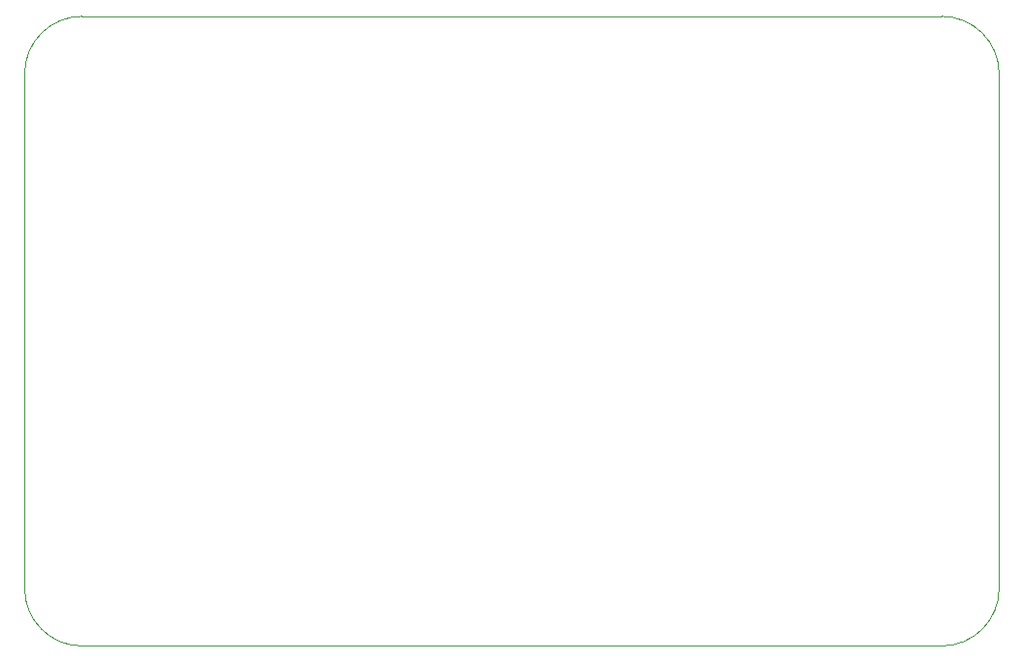
<source format=gbr>
%TF.GenerationSoftware,KiCad,Pcbnew,8.0.8*%
%TF.CreationDate,2025-04-26T12:51:53-04:00*%
%TF.ProjectId,udpudu,75647075-6475-42e6-9b69-6361645f7063,rev?*%
%TF.SameCoordinates,Original*%
%TF.FileFunction,Profile,NP*%
%FSLAX46Y46*%
G04 Gerber Fmt 4.6, Leading zero omitted, Abs format (unit mm)*
G04 Created by KiCad (PCBNEW 8.0.8) date 2025-04-26 12:51:53*
%MOMM*%
%LPD*%
G01*
G04 APERTURE LIST*
%TA.AperFunction,Profile*%
%ADD10C,0.050000*%
%TD*%
G04 APERTURE END LIST*
D10*
X50000000Y-55000000D02*
G75*
G02*
X55000000Y-50000000I5000000J0D01*
G01*
X50000000Y-100000000D02*
X50000000Y-55000000D01*
X130000000Y-50000000D02*
G75*
G02*
X135000000Y-55000000I0J-5000000D01*
G01*
X135000000Y-55000000D02*
X135000000Y-100000000D01*
X135000000Y-100000000D02*
G75*
G02*
X130000000Y-105000000I-5000000J0D01*
G01*
X130000000Y-105000000D02*
X55000000Y-105000000D01*
X55000000Y-50000000D02*
X130000000Y-50000000D01*
X55000000Y-105000000D02*
G75*
G02*
X50000000Y-100000000I0J5000000D01*
G01*
M02*

</source>
